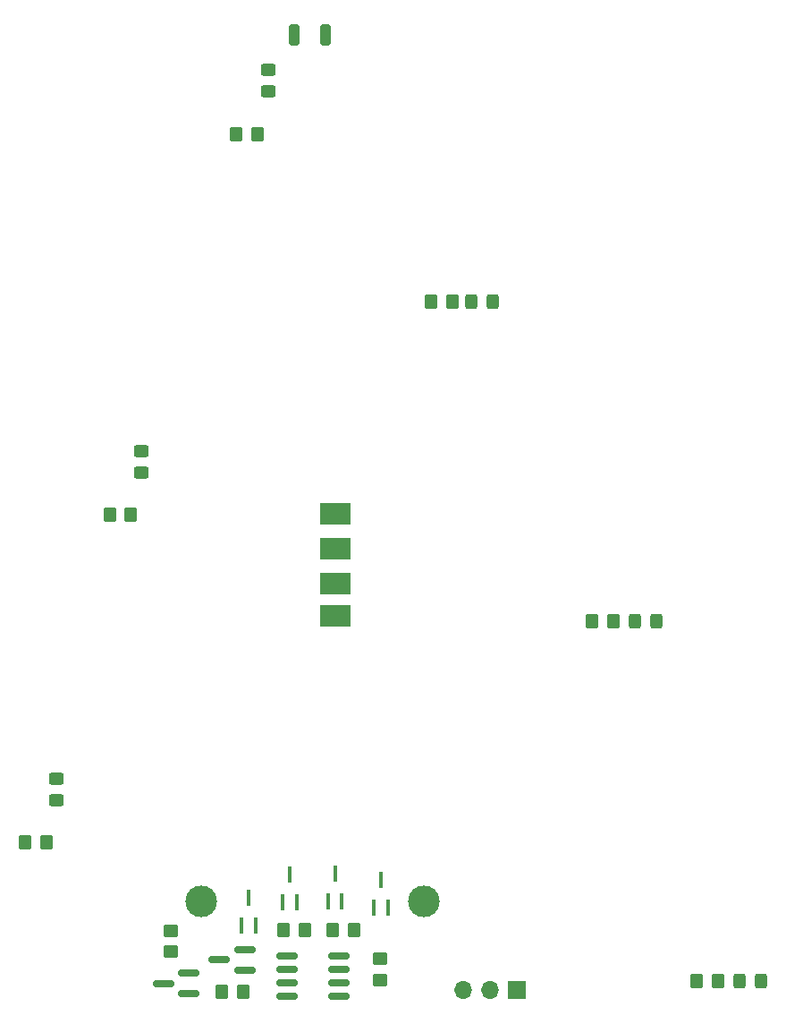
<source format=gbs>
G04 #@! TF.GenerationSoftware,KiCad,Pcbnew,7.0.8*
G04 #@! TF.CreationDate,2024-10-12T14:26:17+02:00*
G04 #@! TF.ProjectId,PCB_Christmas_Tree,5043425f-4368-4726-9973-746d61735f54,rev?*
G04 #@! TF.SameCoordinates,Original*
G04 #@! TF.FileFunction,Soldermask,Bot*
G04 #@! TF.FilePolarity,Negative*
%FSLAX46Y46*%
G04 Gerber Fmt 4.6, Leading zero omitted, Abs format (unit mm)*
G04 Created by KiCad (PCBNEW 7.0.8) date 2024-10-12 14:26:17*
%MOMM*%
%LPD*%
G01*
G04 APERTURE LIST*
G04 Aperture macros list*
%AMRoundRect*
0 Rectangle with rounded corners*
0 $1 Rounding radius*
0 $2 $3 $4 $5 $6 $7 $8 $9 X,Y pos of 4 corners*
0 Add a 4 corners polygon primitive as box body*
4,1,4,$2,$3,$4,$5,$6,$7,$8,$9,$2,$3,0*
0 Add four circle primitives for the rounded corners*
1,1,$1+$1,$2,$3*
1,1,$1+$1,$4,$5*
1,1,$1+$1,$6,$7*
1,1,$1+$1,$8,$9*
0 Add four rect primitives between the rounded corners*
20,1,$1+$1,$2,$3,$4,$5,0*
20,1,$1+$1,$4,$5,$6,$7,0*
20,1,$1+$1,$6,$7,$8,$9,0*
20,1,$1+$1,$8,$9,$2,$3,0*%
G04 Aperture macros list end*
%ADD10C,3.000000*%
%ADD11RoundRect,0.250000X-0.350000X-0.450000X0.350000X-0.450000X0.350000X0.450000X-0.350000X0.450000X0*%
%ADD12R,1.700000X1.700000*%
%ADD13O,1.700000X1.700000*%
%ADD14RoundRect,0.250000X0.450000X-0.325000X0.450000X0.325000X-0.450000X0.325000X-0.450000X-0.325000X0*%
%ADD15R,0.450000X1.500000*%
%ADD16RoundRect,0.250000X0.350000X0.450000X-0.350000X0.450000X-0.350000X-0.450000X0.350000X-0.450000X0*%
%ADD17RoundRect,0.250000X-0.325000X-0.450000X0.325000X-0.450000X0.325000X0.450000X-0.325000X0.450000X0*%
%ADD18RoundRect,0.250000X0.250000X0.750000X-0.250000X0.750000X-0.250000X-0.750000X0.250000X-0.750000X0*%
%ADD19RoundRect,0.150000X-0.825000X-0.150000X0.825000X-0.150000X0.825000X0.150000X-0.825000X0.150000X0*%
%ADD20RoundRect,0.250000X0.450000X-0.350000X0.450000X0.350000X-0.450000X0.350000X-0.450000X-0.350000X0*%
%ADD21RoundRect,0.150000X0.850000X0.150000X-0.850000X0.150000X-0.850000X-0.150000X0.850000X-0.150000X0*%
%ADD22R,3.000000X2.000000*%
%ADD23RoundRect,0.250000X-0.450000X0.350000X-0.450000X-0.350000X0.450000X-0.350000X0.450000X0.350000X0*%
G04 APERTURE END LIST*
D10*
X139274000Y-126227000D03*
X160356000Y-126227000D03*
D11*
X147118000Y-128950000D03*
X149118000Y-128950000D03*
D12*
X169155000Y-134600000D03*
D13*
X166615000Y-134600000D03*
X164075000Y-134600000D03*
D14*
X133630000Y-85625000D03*
X133630000Y-83575000D03*
D15*
X144450000Y-128502000D03*
X143150000Y-128502000D03*
X143800000Y-125842000D03*
D11*
X151793500Y-128950000D03*
X153793500Y-128950000D03*
D16*
X188234000Y-133776000D03*
X186234000Y-133776000D03*
D17*
X164873000Y-69514000D03*
X166923000Y-69514000D03*
D16*
X132630000Y-89600000D03*
X130630000Y-89600000D03*
D18*
X151039000Y-44241000D03*
D19*
X147399000Y-135139000D03*
X147399000Y-133869000D03*
X147399000Y-132599000D03*
X147399000Y-131329000D03*
X152349000Y-131329000D03*
X152349000Y-132599000D03*
X152349000Y-133869000D03*
X152349000Y-135139000D03*
D20*
X156246000Y-133633000D03*
X156246000Y-131633000D03*
D18*
X148118000Y-44241000D03*
D11*
X141276000Y-134792000D03*
X143276000Y-134792000D03*
D14*
X145630000Y-49600000D03*
X145630000Y-47550000D03*
D16*
X178328000Y-99740000D03*
X176328000Y-99740000D03*
D21*
X138163500Y-133014000D03*
X138163500Y-134914000D03*
X135750500Y-133964000D03*
D17*
X190273000Y-133776000D03*
X192323000Y-133776000D03*
D22*
X152030000Y-89574000D03*
X152030000Y-92876000D03*
X152030000Y-96178000D03*
X152030000Y-99226000D03*
D14*
X125630000Y-116625000D03*
X125630000Y-114575000D03*
D15*
X156962000Y-126802500D03*
X155662000Y-126802500D03*
X156312000Y-124142500D03*
X152622000Y-126216000D03*
X151322000Y-126216000D03*
X151972000Y-123556000D03*
D16*
X163079000Y-69514000D03*
X161079000Y-69514000D03*
X144630000Y-53600000D03*
X142630000Y-53600000D03*
D23*
X136434000Y-128966000D03*
X136434000Y-130966000D03*
D21*
X143419000Y-130794000D03*
X143419000Y-132694000D03*
X141006000Y-131744000D03*
D16*
X124630000Y-120600000D03*
X122630000Y-120600000D03*
D17*
X180367000Y-99740000D03*
X182417000Y-99740000D03*
D15*
X148326000Y-126294500D03*
X147026000Y-126294500D03*
X147676000Y-123634500D03*
M02*

</source>
